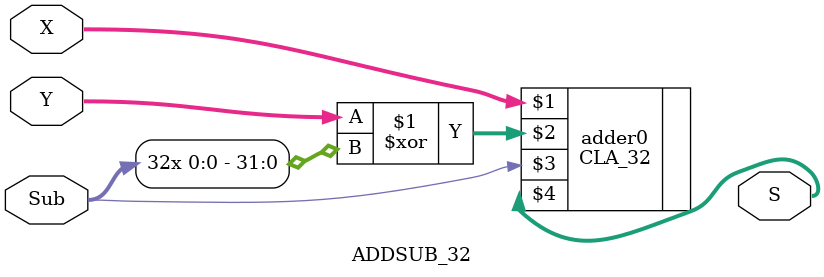
<source format=v>
`timescale 1ns / 1ps
module ADDSUB_32(X,Y,Sub,S);
    input[31:0]X,Y;
    input Sub;
    output[31:0]S;
    CLA_32 adder0(X,Y^{32{Sub}},Sub,S);
endmodule

</source>
